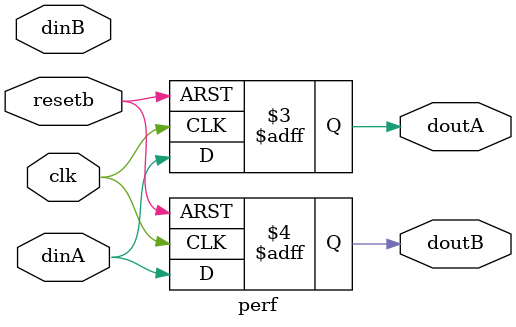
<source format=sv>
module perf
( 
	input	                clk, resetb,
	input					dinA, dinB,
	output reg				doutA, doutB
);  


always @(posedge clk or negedge resetb)
begin
	if(!resetb) begin
		doutA <= 'd0;
		doutB <= 'd0;
	end
	else begin
		doutA <= dinA;
		doutB <= dinA;
	end
end

endmodule


</source>
